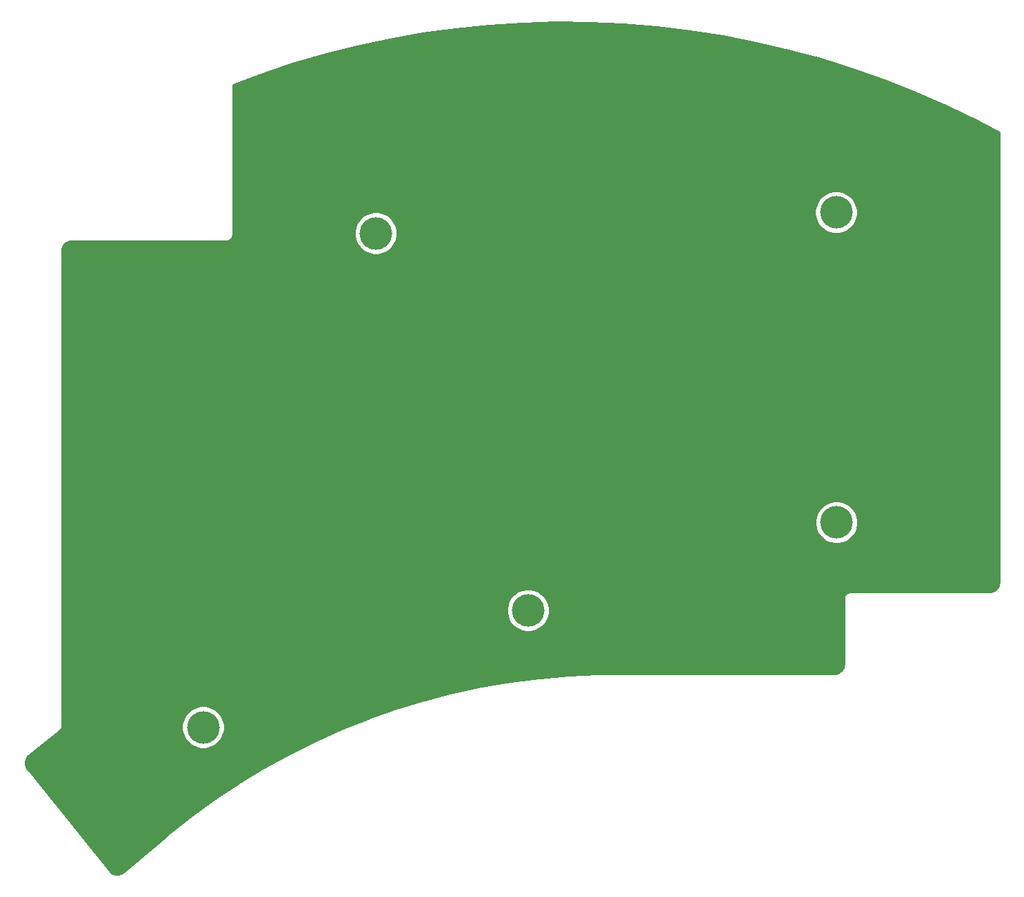
<source format=gtl>
G04 #@! TF.GenerationSoftware,KiCad,Pcbnew,5.1.8*
G04 #@! TF.CreationDate,2020-12-01T11:38:47+01:00*
G04 #@! TF.ProjectId,puggle-plate-bottom,70756767-6c65-42d7-906c-6174652d626f,rev?*
G04 #@! TF.SameCoordinates,Original*
G04 #@! TF.FileFunction,Copper,L1,Top*
G04 #@! TF.FilePolarity,Positive*
%FSLAX46Y46*%
G04 Gerber Fmt 4.6, Leading zero omitted, Abs format (unit mm)*
G04 Created by KiCad (PCBNEW 5.1.8) date 2020-12-01 11:38:47*
%MOMM*%
%LPD*%
G01*
G04 APERTURE LIST*
G04 #@! TA.AperFunction,ComponentPad*
%ADD10C,4.000000*%
G04 #@! TD*
G04 #@! TA.AperFunction,NonConductor*
%ADD11C,0.254000*%
G04 #@! TD*
G04 #@! TA.AperFunction,NonConductor*
%ADD12C,0.100000*%
G04 #@! TD*
G04 APERTURE END LIST*
D10*
X147835997Y-105917220D03*
X107950000Y-120284240D03*
X185707280Y-95123000D03*
X185674000Y-57023000D03*
X129146562Y-59578774D03*
D11*
X155386403Y-33685626D02*
X159493263Y-33874634D01*
X163590472Y-34214009D01*
X167672482Y-34703291D01*
X171733814Y-35341824D01*
X175769020Y-36128750D01*
X179772667Y-37063009D01*
X183739423Y-38143358D01*
X187663908Y-39368333D01*
X191540885Y-40736299D01*
X195365092Y-42245396D01*
X199131472Y-43893630D01*
X202835607Y-45679101D01*
X205665001Y-47165077D01*
X205665000Y-102454271D01*
X205638901Y-102720449D01*
X205571684Y-102943084D01*
X205462506Y-103148417D01*
X205315522Y-103328637D01*
X205136333Y-103476876D01*
X204931761Y-103587488D01*
X204709606Y-103656257D01*
X204445655Y-103684000D01*
X187359877Y-103684000D01*
X187325000Y-103680565D01*
X187290123Y-103684000D01*
X187185816Y-103694273D01*
X187051980Y-103734872D01*
X186928637Y-103800800D01*
X186820525Y-103889525D01*
X186731800Y-103997637D01*
X186665872Y-104120980D01*
X186625273Y-104254816D01*
X186611565Y-104394000D01*
X186615001Y-104428887D01*
X186615000Y-112487271D01*
X186588901Y-112753449D01*
X186521684Y-112976084D01*
X186412506Y-113181417D01*
X186265522Y-113361637D01*
X186086333Y-113509876D01*
X185881761Y-113620488D01*
X185659606Y-113689257D01*
X185395655Y-113717000D01*
X156937123Y-113717000D01*
X156929824Y-113717719D01*
X156452785Y-113727556D01*
X156444328Y-113727908D01*
X156435825Y-113728108D01*
X152865016Y-113887186D01*
X152835341Y-113889131D01*
X149274326Y-114197599D01*
X149244758Y-114200785D01*
X145699785Y-114658102D01*
X145670377Y-114662524D01*
X142147663Y-115267888D01*
X142118466Y-115273537D01*
X138624192Y-116025886D01*
X138595257Y-116032753D01*
X138595245Y-116032756D01*
X135135554Y-116930766D01*
X135106932Y-116938839D01*
X131687867Y-117980943D01*
X131659608Y-117990207D01*
X131659593Y-117990213D01*
X128287183Y-119174572D01*
X128259337Y-119185011D01*
X124939464Y-120509560D01*
X124912079Y-120521156D01*
X121650587Y-121983564D01*
X121623712Y-121996297D01*
X121623693Y-121996307D01*
X118426318Y-123594000D01*
X118400000Y-123607847D01*
X118399980Y-123607859D01*
X115272316Y-125338042D01*
X115246601Y-125352979D01*
X115246580Y-125352992D01*
X112194114Y-127212630D01*
X112169047Y-127228630D01*
X109197111Y-129214474D01*
X109172736Y-129231510D01*
X106286566Y-131340064D01*
X106276334Y-131347874D01*
X106262926Y-131358106D01*
X103486274Y-133570777D01*
X103477266Y-133577013D01*
X98251070Y-138011930D01*
X98021917Y-138200158D01*
X97816958Y-138310056D01*
X97594566Y-138378048D01*
X97363200Y-138401550D01*
X97131669Y-138379663D01*
X96908806Y-138313225D01*
X96703090Y-138204763D01*
X96522441Y-138058477D01*
X86533886Y-125568131D01*
X86533880Y-125568121D01*
X86533763Y-125567977D01*
X86511714Y-125540405D01*
X86508470Y-125537077D01*
X86335842Y-125326917D01*
X86225944Y-125121958D01*
X86157952Y-124899566D01*
X86134450Y-124668200D01*
X86156337Y-124436670D01*
X86222775Y-124213806D01*
X86331239Y-124008087D01*
X86478373Y-123826391D01*
X90309659Y-120736645D01*
X90312363Y-120735200D01*
X90364055Y-120692777D01*
X90388852Y-120672780D01*
X90391025Y-120670644D01*
X90420475Y-120646475D01*
X90440778Y-120621735D01*
X90463597Y-120599304D01*
X90485029Y-120567815D01*
X90509200Y-120538363D01*
X90524288Y-120510136D01*
X90542291Y-120483685D01*
X90557168Y-120448621D01*
X90575128Y-120415020D01*
X90584419Y-120384391D01*
X90596916Y-120354937D01*
X90604666Y-120317646D01*
X90615727Y-120281184D01*
X90618864Y-120249334D01*
X90625375Y-120218005D01*
X90625701Y-120179913D01*
X90626000Y-120176877D01*
X90626000Y-120144982D01*
X90626572Y-120078152D01*
X90626000Y-120075142D01*
X90626000Y-120024715D01*
X105315000Y-120024715D01*
X105315000Y-120543765D01*
X105416261Y-121052841D01*
X105614893Y-121532381D01*
X105903262Y-121963955D01*
X106270285Y-122330978D01*
X106701859Y-122619347D01*
X107181399Y-122817979D01*
X107690475Y-122919240D01*
X108209525Y-122919240D01*
X108718601Y-122817979D01*
X109198141Y-122619347D01*
X109629715Y-122330978D01*
X109996738Y-121963955D01*
X110285107Y-121532381D01*
X110483739Y-121052841D01*
X110585000Y-120543765D01*
X110585000Y-120024715D01*
X110483739Y-119515639D01*
X110285107Y-119036099D01*
X109996738Y-118604525D01*
X109629715Y-118237502D01*
X109198141Y-117949133D01*
X108718601Y-117750501D01*
X108209525Y-117649240D01*
X107690475Y-117649240D01*
X107181399Y-117750501D01*
X106701859Y-117949133D01*
X106270285Y-118237502D01*
X105903262Y-118604525D01*
X105614893Y-119036099D01*
X105416261Y-119515639D01*
X105315000Y-120024715D01*
X90626000Y-120024715D01*
X90626000Y-105657695D01*
X145200997Y-105657695D01*
X145200997Y-106176745D01*
X145302258Y-106685821D01*
X145500890Y-107165361D01*
X145789259Y-107596935D01*
X146156282Y-107963958D01*
X146587856Y-108252327D01*
X147067396Y-108450959D01*
X147576472Y-108552220D01*
X148095522Y-108552220D01*
X148604598Y-108450959D01*
X149084138Y-108252327D01*
X149515712Y-107963958D01*
X149882735Y-107596935D01*
X150171104Y-107165361D01*
X150369736Y-106685821D01*
X150470997Y-106176745D01*
X150470997Y-105657695D01*
X150369736Y-105148619D01*
X150171104Y-104669079D01*
X149882735Y-104237505D01*
X149515712Y-103870482D01*
X149084138Y-103582113D01*
X148604598Y-103383481D01*
X148095522Y-103282220D01*
X147576472Y-103282220D01*
X147067396Y-103383481D01*
X146587856Y-103582113D01*
X146156282Y-103870482D01*
X145789259Y-104237505D01*
X145500890Y-104669079D01*
X145302258Y-105148619D01*
X145200997Y-105657695D01*
X90626000Y-105657695D01*
X90626000Y-94863475D01*
X183072280Y-94863475D01*
X183072280Y-95382525D01*
X183173541Y-95891601D01*
X183372173Y-96371141D01*
X183660542Y-96802715D01*
X184027565Y-97169738D01*
X184459139Y-97458107D01*
X184938679Y-97656739D01*
X185447755Y-97758000D01*
X185966805Y-97758000D01*
X186475881Y-97656739D01*
X186955421Y-97458107D01*
X187386995Y-97169738D01*
X187754018Y-96802715D01*
X188042387Y-96371141D01*
X188241019Y-95891601D01*
X188342280Y-95382525D01*
X188342280Y-94863475D01*
X188241019Y-94354399D01*
X188042387Y-93874859D01*
X187754018Y-93443285D01*
X187386995Y-93076262D01*
X186955421Y-92787893D01*
X186475881Y-92589261D01*
X185966805Y-92488000D01*
X185447755Y-92488000D01*
X184938679Y-92589261D01*
X184459139Y-92787893D01*
X184027565Y-93076262D01*
X183660542Y-93443285D01*
X183372173Y-93874859D01*
X183173541Y-94354399D01*
X183072280Y-94863475D01*
X90626000Y-94863475D01*
X90626000Y-61756728D01*
X90652098Y-61490554D01*
X90719315Y-61267919D01*
X90828495Y-61062581D01*
X90975479Y-60882361D01*
X91154668Y-60734123D01*
X91359240Y-60623511D01*
X91581397Y-60554742D01*
X91845344Y-60527000D01*
X110848446Y-60527000D01*
X110883323Y-60530435D01*
X110918200Y-60527000D01*
X111022507Y-60516727D01*
X111156343Y-60476128D01*
X111279686Y-60410200D01*
X111387798Y-60321475D01*
X111476523Y-60213363D01*
X111542451Y-60090020D01*
X111583050Y-59956184D01*
X111596758Y-59817000D01*
X111593323Y-59782123D01*
X111593323Y-59319249D01*
X126511562Y-59319249D01*
X126511562Y-59838299D01*
X126612823Y-60347375D01*
X126811455Y-60826915D01*
X127099824Y-61258489D01*
X127466847Y-61625512D01*
X127898421Y-61913881D01*
X128377961Y-62112513D01*
X128887037Y-62213774D01*
X129406087Y-62213774D01*
X129915163Y-62112513D01*
X130394703Y-61913881D01*
X130826277Y-61625512D01*
X131193300Y-61258489D01*
X131481669Y-60826915D01*
X131680301Y-60347375D01*
X131781562Y-59838299D01*
X131781562Y-59319249D01*
X131680301Y-58810173D01*
X131481669Y-58330633D01*
X131193300Y-57899059D01*
X130826277Y-57532036D01*
X130394703Y-57243667D01*
X129915163Y-57045035D01*
X129406087Y-56943774D01*
X128887037Y-56943774D01*
X128377961Y-57045035D01*
X127898421Y-57243667D01*
X127466847Y-57532036D01*
X127099824Y-57899059D01*
X126811455Y-58330633D01*
X126612823Y-58810173D01*
X126511562Y-59319249D01*
X111593323Y-59319249D01*
X111593323Y-56763475D01*
X183039000Y-56763475D01*
X183039000Y-57282525D01*
X183140261Y-57791601D01*
X183338893Y-58271141D01*
X183627262Y-58702715D01*
X183994285Y-59069738D01*
X184425859Y-59358107D01*
X184905399Y-59556739D01*
X185414475Y-59658000D01*
X185933525Y-59658000D01*
X186442601Y-59556739D01*
X186922141Y-59358107D01*
X187353715Y-59069738D01*
X187720738Y-58702715D01*
X188009107Y-58271141D01*
X188207739Y-57791601D01*
X188309000Y-57282525D01*
X188309000Y-56763475D01*
X188207739Y-56254399D01*
X188009107Y-55774859D01*
X187720738Y-55343285D01*
X187353715Y-54976262D01*
X186922141Y-54687893D01*
X186442601Y-54489261D01*
X185933525Y-54388000D01*
X185414475Y-54388000D01*
X184905399Y-54489261D01*
X184425859Y-54687893D01*
X183994285Y-54976262D01*
X183627262Y-55343285D01*
X183338893Y-55774859D01*
X183140261Y-56254399D01*
X183039000Y-56763475D01*
X111593323Y-56763475D01*
X111593323Y-41291126D01*
X114995491Y-40021479D01*
X118897354Y-38726151D01*
X122844020Y-37574686D01*
X126830251Y-36568608D01*
X130850653Y-35709280D01*
X134899877Y-34997846D01*
X138972408Y-34435274D01*
X143062840Y-34022310D01*
X147165665Y-33759512D01*
X151275347Y-33647234D01*
X155386403Y-33685626D01*
G04 #@! TA.AperFunction,NonConductor*
D12*
G36*
X155386403Y-33685626D02*
G01*
X159493263Y-33874634D01*
X163590472Y-34214009D01*
X167672482Y-34703291D01*
X171733814Y-35341824D01*
X175769020Y-36128750D01*
X179772667Y-37063009D01*
X183739423Y-38143358D01*
X187663908Y-39368333D01*
X191540885Y-40736299D01*
X195365092Y-42245396D01*
X199131472Y-43893630D01*
X202835607Y-45679101D01*
X205665001Y-47165077D01*
X205665000Y-102454271D01*
X205638901Y-102720449D01*
X205571684Y-102943084D01*
X205462506Y-103148417D01*
X205315522Y-103328637D01*
X205136333Y-103476876D01*
X204931761Y-103587488D01*
X204709606Y-103656257D01*
X204445655Y-103684000D01*
X187359877Y-103684000D01*
X187325000Y-103680565D01*
X187290123Y-103684000D01*
X187185816Y-103694273D01*
X187051980Y-103734872D01*
X186928637Y-103800800D01*
X186820525Y-103889525D01*
X186731800Y-103997637D01*
X186665872Y-104120980D01*
X186625273Y-104254816D01*
X186611565Y-104394000D01*
X186615001Y-104428887D01*
X186615000Y-112487271D01*
X186588901Y-112753449D01*
X186521684Y-112976084D01*
X186412506Y-113181417D01*
X186265522Y-113361637D01*
X186086333Y-113509876D01*
X185881761Y-113620488D01*
X185659606Y-113689257D01*
X185395655Y-113717000D01*
X156937123Y-113717000D01*
X156929824Y-113717719D01*
X156452785Y-113727556D01*
X156444328Y-113727908D01*
X156435825Y-113728108D01*
X152865016Y-113887186D01*
X152835341Y-113889131D01*
X149274326Y-114197599D01*
X149244758Y-114200785D01*
X145699785Y-114658102D01*
X145670377Y-114662524D01*
X142147663Y-115267888D01*
X142118466Y-115273537D01*
X138624192Y-116025886D01*
X138595257Y-116032753D01*
X138595245Y-116032756D01*
X135135554Y-116930766D01*
X135106932Y-116938839D01*
X131687867Y-117980943D01*
X131659608Y-117990207D01*
X131659593Y-117990213D01*
X128287183Y-119174572D01*
X128259337Y-119185011D01*
X124939464Y-120509560D01*
X124912079Y-120521156D01*
X121650587Y-121983564D01*
X121623712Y-121996297D01*
X121623693Y-121996307D01*
X118426318Y-123594000D01*
X118400000Y-123607847D01*
X118399980Y-123607859D01*
X115272316Y-125338042D01*
X115246601Y-125352979D01*
X115246580Y-125352992D01*
X112194114Y-127212630D01*
X112169047Y-127228630D01*
X109197111Y-129214474D01*
X109172736Y-129231510D01*
X106286566Y-131340064D01*
X106276334Y-131347874D01*
X106262926Y-131358106D01*
X103486274Y-133570777D01*
X103477266Y-133577013D01*
X98251070Y-138011930D01*
X98021917Y-138200158D01*
X97816958Y-138310056D01*
X97594566Y-138378048D01*
X97363200Y-138401550D01*
X97131669Y-138379663D01*
X96908806Y-138313225D01*
X96703090Y-138204763D01*
X96522441Y-138058477D01*
X86533886Y-125568131D01*
X86533880Y-125568121D01*
X86533763Y-125567977D01*
X86511714Y-125540405D01*
X86508470Y-125537077D01*
X86335842Y-125326917D01*
X86225944Y-125121958D01*
X86157952Y-124899566D01*
X86134450Y-124668200D01*
X86156337Y-124436670D01*
X86222775Y-124213806D01*
X86331239Y-124008087D01*
X86478373Y-123826391D01*
X90309659Y-120736645D01*
X90312363Y-120735200D01*
X90364055Y-120692777D01*
X90388852Y-120672780D01*
X90391025Y-120670644D01*
X90420475Y-120646475D01*
X90440778Y-120621735D01*
X90463597Y-120599304D01*
X90485029Y-120567815D01*
X90509200Y-120538363D01*
X90524288Y-120510136D01*
X90542291Y-120483685D01*
X90557168Y-120448621D01*
X90575128Y-120415020D01*
X90584419Y-120384391D01*
X90596916Y-120354937D01*
X90604666Y-120317646D01*
X90615727Y-120281184D01*
X90618864Y-120249334D01*
X90625375Y-120218005D01*
X90625701Y-120179913D01*
X90626000Y-120176877D01*
X90626000Y-120144982D01*
X90626572Y-120078152D01*
X90626000Y-120075142D01*
X90626000Y-120024715D01*
X105315000Y-120024715D01*
X105315000Y-120543765D01*
X105416261Y-121052841D01*
X105614893Y-121532381D01*
X105903262Y-121963955D01*
X106270285Y-122330978D01*
X106701859Y-122619347D01*
X107181399Y-122817979D01*
X107690475Y-122919240D01*
X108209525Y-122919240D01*
X108718601Y-122817979D01*
X109198141Y-122619347D01*
X109629715Y-122330978D01*
X109996738Y-121963955D01*
X110285107Y-121532381D01*
X110483739Y-121052841D01*
X110585000Y-120543765D01*
X110585000Y-120024715D01*
X110483739Y-119515639D01*
X110285107Y-119036099D01*
X109996738Y-118604525D01*
X109629715Y-118237502D01*
X109198141Y-117949133D01*
X108718601Y-117750501D01*
X108209525Y-117649240D01*
X107690475Y-117649240D01*
X107181399Y-117750501D01*
X106701859Y-117949133D01*
X106270285Y-118237502D01*
X105903262Y-118604525D01*
X105614893Y-119036099D01*
X105416261Y-119515639D01*
X105315000Y-120024715D01*
X90626000Y-120024715D01*
X90626000Y-105657695D01*
X145200997Y-105657695D01*
X145200997Y-106176745D01*
X145302258Y-106685821D01*
X145500890Y-107165361D01*
X145789259Y-107596935D01*
X146156282Y-107963958D01*
X146587856Y-108252327D01*
X147067396Y-108450959D01*
X147576472Y-108552220D01*
X148095522Y-108552220D01*
X148604598Y-108450959D01*
X149084138Y-108252327D01*
X149515712Y-107963958D01*
X149882735Y-107596935D01*
X150171104Y-107165361D01*
X150369736Y-106685821D01*
X150470997Y-106176745D01*
X150470997Y-105657695D01*
X150369736Y-105148619D01*
X150171104Y-104669079D01*
X149882735Y-104237505D01*
X149515712Y-103870482D01*
X149084138Y-103582113D01*
X148604598Y-103383481D01*
X148095522Y-103282220D01*
X147576472Y-103282220D01*
X147067396Y-103383481D01*
X146587856Y-103582113D01*
X146156282Y-103870482D01*
X145789259Y-104237505D01*
X145500890Y-104669079D01*
X145302258Y-105148619D01*
X145200997Y-105657695D01*
X90626000Y-105657695D01*
X90626000Y-94863475D01*
X183072280Y-94863475D01*
X183072280Y-95382525D01*
X183173541Y-95891601D01*
X183372173Y-96371141D01*
X183660542Y-96802715D01*
X184027565Y-97169738D01*
X184459139Y-97458107D01*
X184938679Y-97656739D01*
X185447755Y-97758000D01*
X185966805Y-97758000D01*
X186475881Y-97656739D01*
X186955421Y-97458107D01*
X187386995Y-97169738D01*
X187754018Y-96802715D01*
X188042387Y-96371141D01*
X188241019Y-95891601D01*
X188342280Y-95382525D01*
X188342280Y-94863475D01*
X188241019Y-94354399D01*
X188042387Y-93874859D01*
X187754018Y-93443285D01*
X187386995Y-93076262D01*
X186955421Y-92787893D01*
X186475881Y-92589261D01*
X185966805Y-92488000D01*
X185447755Y-92488000D01*
X184938679Y-92589261D01*
X184459139Y-92787893D01*
X184027565Y-93076262D01*
X183660542Y-93443285D01*
X183372173Y-93874859D01*
X183173541Y-94354399D01*
X183072280Y-94863475D01*
X90626000Y-94863475D01*
X90626000Y-61756728D01*
X90652098Y-61490554D01*
X90719315Y-61267919D01*
X90828495Y-61062581D01*
X90975479Y-60882361D01*
X91154668Y-60734123D01*
X91359240Y-60623511D01*
X91581397Y-60554742D01*
X91845344Y-60527000D01*
X110848446Y-60527000D01*
X110883323Y-60530435D01*
X110918200Y-60527000D01*
X111022507Y-60516727D01*
X111156343Y-60476128D01*
X111279686Y-60410200D01*
X111387798Y-60321475D01*
X111476523Y-60213363D01*
X111542451Y-60090020D01*
X111583050Y-59956184D01*
X111596758Y-59817000D01*
X111593323Y-59782123D01*
X111593323Y-59319249D01*
X126511562Y-59319249D01*
X126511562Y-59838299D01*
X126612823Y-60347375D01*
X126811455Y-60826915D01*
X127099824Y-61258489D01*
X127466847Y-61625512D01*
X127898421Y-61913881D01*
X128377961Y-62112513D01*
X128887037Y-62213774D01*
X129406087Y-62213774D01*
X129915163Y-62112513D01*
X130394703Y-61913881D01*
X130826277Y-61625512D01*
X131193300Y-61258489D01*
X131481669Y-60826915D01*
X131680301Y-60347375D01*
X131781562Y-59838299D01*
X131781562Y-59319249D01*
X131680301Y-58810173D01*
X131481669Y-58330633D01*
X131193300Y-57899059D01*
X130826277Y-57532036D01*
X130394703Y-57243667D01*
X129915163Y-57045035D01*
X129406087Y-56943774D01*
X128887037Y-56943774D01*
X128377961Y-57045035D01*
X127898421Y-57243667D01*
X127466847Y-57532036D01*
X127099824Y-57899059D01*
X126811455Y-58330633D01*
X126612823Y-58810173D01*
X126511562Y-59319249D01*
X111593323Y-59319249D01*
X111593323Y-56763475D01*
X183039000Y-56763475D01*
X183039000Y-57282525D01*
X183140261Y-57791601D01*
X183338893Y-58271141D01*
X183627262Y-58702715D01*
X183994285Y-59069738D01*
X184425859Y-59358107D01*
X184905399Y-59556739D01*
X185414475Y-59658000D01*
X185933525Y-59658000D01*
X186442601Y-59556739D01*
X186922141Y-59358107D01*
X187353715Y-59069738D01*
X187720738Y-58702715D01*
X188009107Y-58271141D01*
X188207739Y-57791601D01*
X188309000Y-57282525D01*
X188309000Y-56763475D01*
X188207739Y-56254399D01*
X188009107Y-55774859D01*
X187720738Y-55343285D01*
X187353715Y-54976262D01*
X186922141Y-54687893D01*
X186442601Y-54489261D01*
X185933525Y-54388000D01*
X185414475Y-54388000D01*
X184905399Y-54489261D01*
X184425859Y-54687893D01*
X183994285Y-54976262D01*
X183627262Y-55343285D01*
X183338893Y-55774859D01*
X183140261Y-56254399D01*
X183039000Y-56763475D01*
X111593323Y-56763475D01*
X111593323Y-41291126D01*
X114995491Y-40021479D01*
X118897354Y-38726151D01*
X122844020Y-37574686D01*
X126830251Y-36568608D01*
X130850653Y-35709280D01*
X134899877Y-34997846D01*
X138972408Y-34435274D01*
X143062840Y-34022310D01*
X147165665Y-33759512D01*
X151275347Y-33647234D01*
X155386403Y-33685626D01*
G37*
G04 #@! TD.AperFunction*
M02*

</source>
